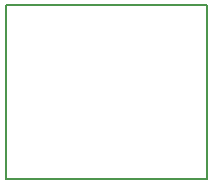
<source format=gm1>
G04 #@! TF.GenerationSoftware,KiCad,Pcbnew,5.0.2-bee76a0~70~ubuntu18.04.1*
G04 #@! TF.CreationDate,2019-03-08T02:12:37-05:00*
G04 #@! TF.ProjectId,LO1,4c4f312e-6b69-4636-9164-5f7063625858,rev?*
G04 #@! TF.SameCoordinates,Original*
G04 #@! TF.FileFunction,Profile,NP*
%FSLAX46Y46*%
G04 Gerber Fmt 4.6, Leading zero omitted, Abs format (unit mm)*
G04 Created by KiCad (PCBNEW 5.0.2-bee76a0~70~ubuntu18.04.1) date Fri 08 Mar 2019 02:12:37 AM EST*
%MOMM*%
%LPD*%
G01*
G04 APERTURE LIST*
%ADD10C,0.150000*%
G04 APERTURE END LIST*
D10*
X128524000Y-77724000D02*
X145542000Y-77724000D01*
X128524000Y-62992000D02*
X128524000Y-77724000D01*
X145542000Y-62992000D02*
X128524000Y-62992000D01*
X145542000Y-77724000D02*
X145542000Y-62992000D01*
M02*

</source>
